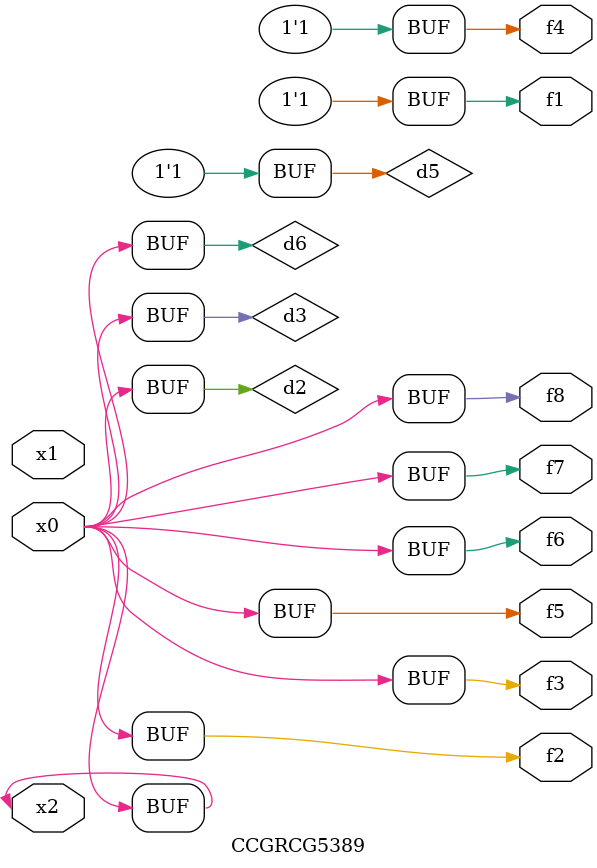
<source format=v>
module CCGRCG5389(
	input x0, x1, x2,
	output f1, f2, f3, f4, f5, f6, f7, f8
);

	wire d1, d2, d3, d4, d5, d6;

	xnor (d1, x2);
	buf (d2, x0, x2);
	and (d3, x0);
	xnor (d4, x1, x2);
	nand (d5, d1, d3);
	buf (d6, d2, d3);
	assign f1 = d5;
	assign f2 = d6;
	assign f3 = d6;
	assign f4 = d5;
	assign f5 = d6;
	assign f6 = d6;
	assign f7 = d6;
	assign f8 = d6;
endmodule

</source>
